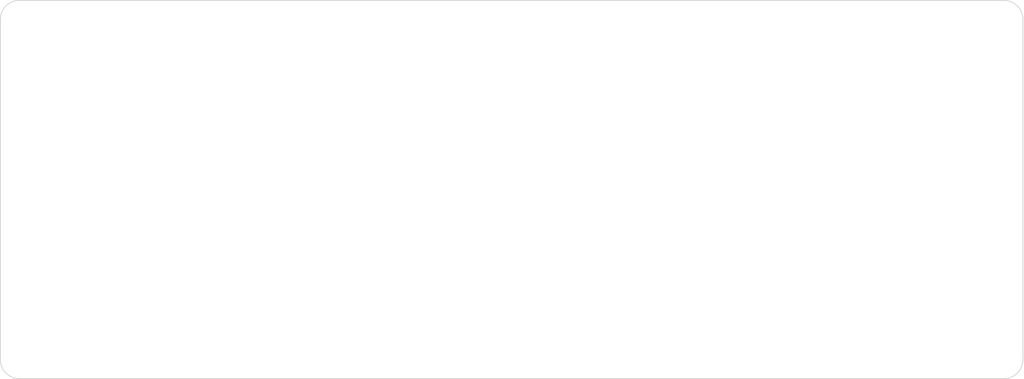
<source format=kicad_pcb>
(kicad_pcb (version 20240108) (generator "pcbnew") (generator_version "8.0")
  (layers (0 "F.Cu" signal) (31 "B.Cu" signal) (34 "B.Paste" user) (35 "F.Paste" user) (36 "B.SilkS" user "B.Silkscreen") (37 "F.SilkS" user "F.Silkscreen") (38 "B.Mask" user) (39 "F.Mask" user) (44 "Edge.Cuts" user))
  (net 0 "")
  (footprint "kbd_Hole:m2_Screw_Hole" (layer "F.Cu") (at 83.34375 26.19375)
    (property "Reference" "Ref**")
    (property "Value" "Val**")
    (pad "" np_thru_hole circle (at 0 0) (size 2.2 2.2) (drill 2.2) (layers "*.Cu" "*.Mask"))
  )
  (footprint "kbd_Hole:m2_Screw_Hole" (layer "F.Cu") (at 83.34375 35.71875)
    (property "Reference" "Ref**")
    (property "Value" "Val**")
    (pad "" np_thru_hole circle (at 0 0) (size 2.2 2.2) (drill 2.2) (layers "*.Cu" "*.Mask"))
  )
  (gr_arc (start 21.43125 20.240625) (mid 21.779976 19.398726) (end 22.621875 19.05) (stroke (width 0.05)) (layer "Edge.Cuts"))
  (gr_arc (start 85.724975 41.67185) (mid 85.376256 42.513756) (end 84.53435 42.862475) (stroke (width 0.05)) (layer "Edge.Cuts"))
  (gr_line (start 84.53435 19.05) (end 22.621875 19.05) (stroke (width 0.05)) (layer "Edge.Cuts"))
  (gr_arc (start 84.53435 19.05) (mid 85.376256 19.398719) (end 85.724975 20.240625) (stroke (width 0.05)) (layer "Edge.Cuts"))
  (gr_arc (start 22.621875 42.8625) (mid 21.779976 42.513774) (end 21.43125 41.671875) (stroke (width 0.05)) (layer "Edge.Cuts"))
  (gr_line (start 22.621875 42.8625) (end 84.53435 42.862475) (stroke (width 0.05)) (layer "Edge.Cuts"))
  (gr_line (start 85.724975 41.67185) (end 85.724975 20.240625) (stroke (width 0.05)) (layer "Edge.Cuts"))
  (gr_line (start 21.43125 41.671875) (end 21.43125 20.240625) (stroke (width 0.05)) (layer "Edge.Cuts"))
)
</source>
